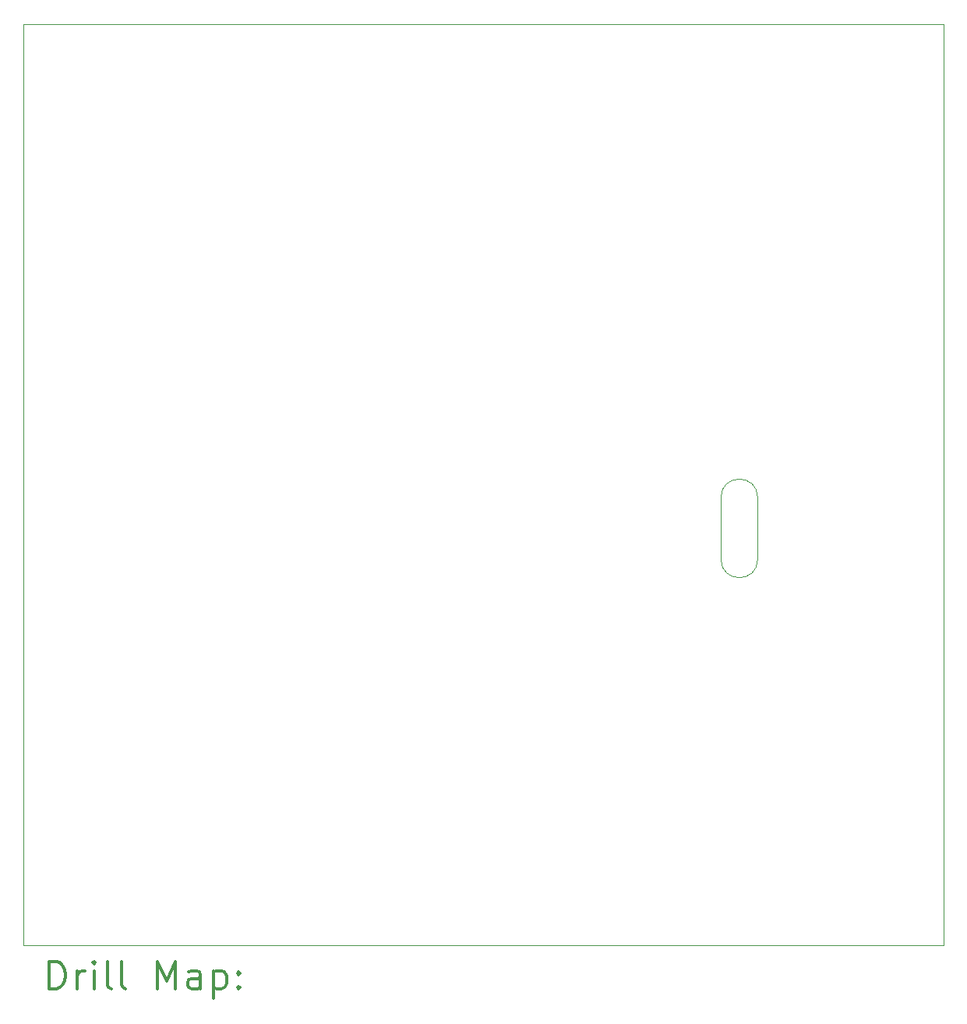
<source format=gbr>
%FSLAX45Y45*%
G04 Gerber Fmt 4.5, Leading zero omitted, Abs format (unit mm)*
G04 Created by KiCad (PCBNEW (5.1.5)-3) date 2025-02-09 11:18:27*
%MOMM*%
%LPD*%
G04 APERTURE LIST*
%TA.AperFunction,Profile*%
%ADD10C,0.050000*%
%TD*%
%TA.AperFunction,Profile*%
%ADD11C,0.120000*%
%TD*%
%ADD12C,0.200000*%
%ADD13C,0.300000*%
G04 APERTURE END LIST*
D10*
X9076880Y-8635950D02*
X9076880Y-9305950D01*
X9476880Y-8635950D02*
X9476880Y-9305950D01*
X9076880Y-8635950D02*
G75*
G02X9476880Y-8635950I200000J0D01*
G01*
X9476880Y-9305950D02*
G75*
G02X9076880Y-9305950I-200000J0D01*
G01*
D11*
X1500000Y-13500000D02*
X11500000Y-13500000D01*
X11500000Y-13500000D02*
X11500000Y-3500000D01*
X1500000Y-3500000D02*
X1500000Y-13500000D01*
X1500000Y-3500000D02*
X11500000Y-3500000D01*
D12*
D13*
X1780428Y-13971714D02*
X1780428Y-13671714D01*
X1851857Y-13671714D01*
X1894714Y-13686000D01*
X1923286Y-13714571D01*
X1937571Y-13743143D01*
X1951857Y-13800286D01*
X1951857Y-13843143D01*
X1937571Y-13900286D01*
X1923286Y-13928857D01*
X1894714Y-13957429D01*
X1851857Y-13971714D01*
X1780428Y-13971714D01*
X2080428Y-13971714D02*
X2080428Y-13771714D01*
X2080428Y-13828857D02*
X2094714Y-13800286D01*
X2109000Y-13786000D01*
X2137571Y-13771714D01*
X2166143Y-13771714D01*
X2266143Y-13971714D02*
X2266143Y-13771714D01*
X2266143Y-13671714D02*
X2251857Y-13686000D01*
X2266143Y-13700286D01*
X2280428Y-13686000D01*
X2266143Y-13671714D01*
X2266143Y-13700286D01*
X2451857Y-13971714D02*
X2423286Y-13957429D01*
X2409000Y-13928857D01*
X2409000Y-13671714D01*
X2609000Y-13971714D02*
X2580428Y-13957429D01*
X2566143Y-13928857D01*
X2566143Y-13671714D01*
X2951857Y-13971714D02*
X2951857Y-13671714D01*
X3051857Y-13886000D01*
X3151857Y-13671714D01*
X3151857Y-13971714D01*
X3423286Y-13971714D02*
X3423286Y-13814571D01*
X3409000Y-13786000D01*
X3380428Y-13771714D01*
X3323286Y-13771714D01*
X3294714Y-13786000D01*
X3423286Y-13957429D02*
X3394714Y-13971714D01*
X3323286Y-13971714D01*
X3294714Y-13957429D01*
X3280428Y-13928857D01*
X3280428Y-13900286D01*
X3294714Y-13871714D01*
X3323286Y-13857429D01*
X3394714Y-13857429D01*
X3423286Y-13843143D01*
X3566143Y-13771714D02*
X3566143Y-14071714D01*
X3566143Y-13786000D02*
X3594714Y-13771714D01*
X3651857Y-13771714D01*
X3680428Y-13786000D01*
X3694714Y-13800286D01*
X3709000Y-13828857D01*
X3709000Y-13914571D01*
X3694714Y-13943143D01*
X3680428Y-13957429D01*
X3651857Y-13971714D01*
X3594714Y-13971714D01*
X3566143Y-13957429D01*
X3837571Y-13943143D02*
X3851857Y-13957429D01*
X3837571Y-13971714D01*
X3823286Y-13957429D01*
X3837571Y-13943143D01*
X3837571Y-13971714D01*
X3837571Y-13786000D02*
X3851857Y-13800286D01*
X3837571Y-13814571D01*
X3823286Y-13800286D01*
X3837571Y-13786000D01*
X3837571Y-13814571D01*
M02*

</source>
